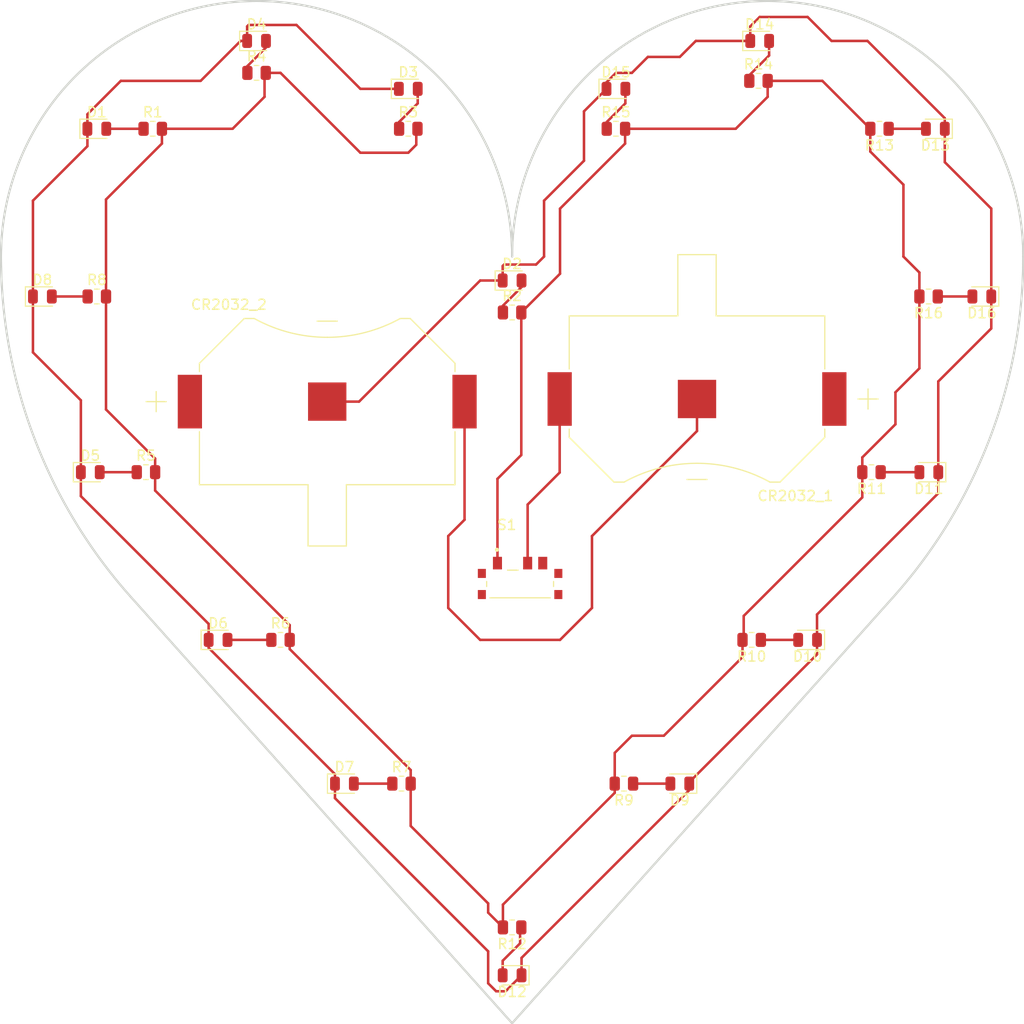
<source format=kicad_pcb>
(kicad_pcb (version 20221018) (generator pcbnew)
  (layers (0 "F.Cu" signal) (31 "B.Cu" signal) (34 "B.Paste" user) (35 "F.Paste" user) (36 "B.SilkS" user "B.Silkscreen") (37 "F.SilkS" user "F.Silkscreen") (38 "B.Mask" user) (39 "F.Mask" user) (44 "Edge.Cuts" user))
  (net 0 "")
  (net 1 "-")
  (net 2 "Net-(D1-A)")
  (net 3 "Net-(D2-A)")
  (net 4 "Net-(D3-A)")
  (net 5 "Net-(D4-A)")
  (net 6 "Net-(D5-A)")
  (net 7 "Net-(D6-A)")
  (net 8 "Net-(D7-A)")
  (net 9 "Net-(D8-A)")
  (net 10 "Net-(D9-A)")
  (net 11 "Net-(D10-A)")
  (net 12 "Net-(D11-A)")
  (net 13 "Net-(D12-A)")
  (net 14 "Net-(D13-A)")
  (net 15 "Net-(D14-A)")
  (net 16 "Net-(D15-A)")
  (net 17 "Net-(D16-A)")
  (net 18 "3v")
  (net 20 "Net-(CR2032_1-+)")
  (net 21 "Net-(CR2032_1--)")
  (footprint "LED_SMD:LED_0805_2012Metric" (layer "F.Cu") (at 118.26875 47.625)
    (fp_text reference "D4" (at 0 -1.65) (layer "F.SilkS"))
    (fp_text value "LED")
    (fp_line (start -1.685 -0.96) (end -1.685 0.96) (stroke (width 0.12)) (layer "F.SilkS"))
    (fp_line (start -1.685 0.96) (end 1 0.96) (stroke (width 0.12)) (layer "F.SilkS"))
    (fp_line (start 1 -0.96) (end -1.685 -0.96) (stroke (width 0.12)) (layer "F.SilkS"))
    (pad "1" smd roundrect (at -0.9375 0) (size 0.975 1.4) (layers "F.Cu" "F.Paste" "F.Mask") (net 1 "-"))
    (pad "2" smd roundrect (at 0.9375 0) (size 0.975 1.4) (layers "F.Cu" "F.Paste" "F.Mask") (net 5 "Net-(D4-A)"))
  )
  (footprint "Resistor_SMD:R_0805_2012Metric" (layer "F.Cu") (at 143.66875 74.6125)
    (fp_text reference "R2" (at 0 -1.65) (layer "F.SilkS"))
    (fp_text value "R")
    (fp_line (start -0.227064 -0.735) (end 0.227064 -0.735) (stroke (width 0.12)) (layer "F.SilkS"))
    (fp_line (start -0.227064 0.735) (end 0.227064 0.735) (stroke (width 0.12)) (layer "F.SilkS"))
    (pad "1" smd roundrect (at -0.9125 0) (size 1.025 1.4) (layers "F.Cu" "F.Paste" "F.Mask") (roundrect_rratio 0.243902) (net 3 "Net-(D2-A)"))
    (pad "2" smd roundrect (at 0.9125 0) (size 1.025 1.4) (layers "F.Cu" "F.Paste" "F.Mask") (roundrect_rratio 0.243902) (net 18 "3v"))
  )
  (footprint "LED_SMD:LED_0805_2012Metric" (layer "F.Cu") (at 160.3375 121.44375 180)
    (fp_text reference "D9" (at 0 -1.65) (layer "F.SilkS"))
    (fp_text value "LED")
    (fp_line (start -1.685 -0.96) (end -1.685 0.96) (stroke (width 0.12)) (layer "F.SilkS"))
    (fp_line (start -1.685 0.96) (end 1 0.96) (stroke (width 0.12)) (layer "F.SilkS"))
    (fp_line (start 1 -0.96) (end -1.685 -0.96) (stroke (width 0.12)) (layer "F.SilkS"))
    (pad "1" smd roundrect (at -0.9375 0 180) (size 0.975 1.4) (layers "F.Cu" "F.Paste" "F.Mask") (net 1 "-"))
    (pad "2" smd roundrect (at 0.9375 0 180) (size 0.975 1.4) (layers "F.Cu" "F.Paste" "F.Mask") (net 10 "Net-(D9-A)"))
  )
  (footprint "LogansCustom:BAT_CR2032" (layer "F.Cu") (at 125.29175 83.47375)
    (fp_text reference "CR2032_2" (at -9.775 -9.635) (layer "F.SilkS"))
    (fp_text value "Battery")
    (fp_line (start -18 0) (end -16 0) (stroke (width 0.127)) (layer "F.SilkS"))
    (fp_line (start -17 -1) (end -17 1) (stroke (width 0.127)) (layer "F.SilkS"))
    (fp_line (start -12.7 -3.81) (end -12.7 -2.985) (stroke (width 0.127)) (layer "F.SilkS"))
    (fp_line (start -12.7 8.26) (end -12.7 2.985) (stroke (width 0.127)) (layer "F.SilkS"))
    (fp_line (start -12.7 8.26) (end -1.905 8.26) (stroke (width 0.127)) (layer "F.SilkS"))
    (fp_line (start -8.25 -8.26) (end -12.7 -3.81) (stroke (width 0.127)) (layer "F.SilkS"))
    (fp_line (start -7.25 -8.26) (end -8.25 -8.26) (stroke (width 0.127)) (layer "F.SilkS"))
    (fp_line (start -1.905 8.26) (end -1.905 14.35) (stroke (width 0.127)) (layer "F.SilkS"))
    (fp_line (start -1.905 14.35) (end 1.905 14.35) (stroke (width 0.127)) (layer "F.SilkS"))
    (fp_line (start -1 -8) (end 1 -8) (stroke (width 0.127)) (layer "F.SilkS"))
    (fp_line (start 1.905 8.26) (end 12.7 8.26) (stroke (width 0.127)) (layer "F.SilkS"))
    (fp_line (start 1.905 14.35) (end 1.905 8.26) (stroke (width 0.127)) (layer "F.SilkS"))
    (fp_line (start 8.25 -8.26) (end 7.25 -8.26) (stroke (width 0.127)) (layer "F.SilkS"))
    (fp_line (start 12.7 -3.81) (end 8.25 -8.26) (stroke (width 0.127)) (layer "F.SilkS"))
    (fp_line (start 12.7 -2.985) (end 12.7 -3.81) (stroke (width 0.127)) (layer "F.SilkS"))
    (fp_line (start 12.7 8.26) (end 12.7 2.985) (stroke (width 0.127)) (layer "F.SilkS"))
    (fp_arc (start 0 -6.39155) (mid -3.743448 -6.866171) (end -7.25 -8.26) (stroke (width 0.127)) (layer "F.SilkS"))
    (fp_arc (start 7.25 -8.26) (mid 3.743448 -6.866171) (end 0 -6.39155) (stroke (width 0.127)) (layer "F.SilkS"))
    (pad "1" smd rect (at -13.65 0) (size 2.41 5.33) (layers "F.Cu" "F.Paste" "F.Mask") (net 21 "Net-(CR2032_1--)"))
    (pad "1" smd rect (at 13.65 0) (size 2.41 5.33) (layers "F.Cu" "F.Paste" "F.Mask") (net 21 "Net-(CR2032_1--)"))
    (pad "2" smd rect (at 0 0) (size 3.81 3.81) (layers "F.Cu" "F.Paste" "F.Mask") (net 1 "-"))
  )
  (footprint "Resistor_SMD:R_0805_2012Metric" (layer "F.Cu") (at 107.275 90.4875)
    (fp_text reference "R5" (at 0 -1.65) (layer "F.SilkS"))
    (fp_text value "R")
    (fp_line (start -0.227064 -0.735) (end 0.227064 -0.735) (stroke (width 0.12)) (layer "F.SilkS"))
    (fp_line (start -0.227064 0.735) (end 0.227064 0.735) (stroke (width 0.12)) (layer "F.SilkS"))
    (pad "1" smd roundrect (at -0.9125 0) (size 1.025 1.4) (layers "F.Cu" "F.Paste" "F.Mask") (roundrect_rratio 0.243902) (net 6 "Net-(D5-A)"))
    (pad "2" smd roundrect (at 0.9125 0) (size 1.025 1.4) (layers "F.Cu" "F.Paste" "F.Mask") (roundrect_rratio 0.243902) (net 18 "3v"))
  )
  (footprint "LED_SMD:LED_0805_2012Metric" (layer "F.Cu") (at 173.0375 107.15625 180)
    (fp_text reference "D10" (at 0 -1.65) (layer "F.SilkS"))
    (fp_text value "LED")
    (fp_line (start -1.685 -0.96) (end -1.685 0.96) (stroke (width 0.12)) (layer "F.SilkS"))
    (fp_line (start -1.685 0.96) (end 1 0.96) (stroke (width 0.12)) (layer "F.SilkS"))
    (fp_line (start 1 -0.96) (end -1.685 -0.96) (stroke (width 0.12)) (layer "F.SilkS"))
    (pad "1" smd roundrect (at -0.9375 0 180) (size 0.975 1.4) (layers "F.Cu" "F.Paste" "F.Mask") (net 1 "-"))
    (pad "2" smd roundrect (at 0.9375 0 180) (size 0.975 1.4) (layers "F.Cu" "F.Paste" "F.Mask") (net 11 "Net-(D10-A)"))
  )
  (footprint "Resistor_SMD:R_0805_2012Metric" (layer "F.Cu") (at 180.18125 56.35625 180)
    (fp_text reference "R13" (at 0 -1.65) (layer "F.SilkS"))
    (fp_text value "R")
    (fp_line (start -0.227064 -0.735) (end 0.227064 -0.735) (stroke (width 0.12)) (layer "F.SilkS"))
    (fp_line (start -0.227064 0.735) (end 0.227064 0.735) (stroke (width 0.12)) (layer "F.SilkS"))
    (pad "1" smd roundrect (at -0.9125 0 180) (size 1.025 1.4) (layers "F.Cu" "F.Paste" "F.Mask") (roundrect_rratio 0.243902) (net 14 "Net-(D13-A)"))
    (pad "2" smd roundrect (at 0.9125 0 180) (size 1.025 1.4) (layers "F.Cu" "F.Paste" "F.Mask") (roundrect_rratio 0.243902) (net 18 "3v"))
  )
  (footprint "Resistor_SMD:R_0805_2012Metric" (layer "F.Cu") (at 102.39375 73.025)
    (fp_text reference "R8" (at 0 -1.65) (layer "F.SilkS"))
    (fp_text value "R")
    (fp_line (start -0.227064 -0.735) (end 0.227064 -0.735) (stroke (width 0.12)) (layer "F.SilkS"))
    (fp_line (start -0.227064 0.735) (end 0.227064 0.735) (stroke (width 0.12)) (layer "F.SilkS"))
    (pad "1" smd roundrect (at -0.9125 0) (size 1.025 1.4) (layers "F.Cu" "F.Paste" "F.Mask") (roundrect_rratio 0.243902) (net 9 "Net-(D8-A)"))
    (pad "2" smd roundrect (at 0.9125 0) (size 1.025 1.4) (layers "F.Cu" "F.Paste" "F.Mask") (roundrect_rratio 0.243902) (net 18 "3v"))
  )
  (footprint "Resistor_SMD:R_0805_2012Metric" (layer "F.Cu") (at 167.48125 107.15625 180)
    (fp_text reference "R10" (at 0 -1.65) (layer "F.SilkS"))
    (fp_text value "R")
    (fp_line (start -0.227064 -0.735) (end 0.227064 -0.735) (stroke (width 0.12)) (layer "F.SilkS"))
    (fp_line (start -0.227064 0.735) (end 0.227064 0.735) (stroke (width 0.12)) (layer "F.SilkS"))
    (pad "1" smd roundrect (at -0.9125 0 180) (size 1.025 1.4) (layers "F.Cu" "F.Paste" "F.Mask") (roundrect_rratio 0.243902) (net 11 "Net-(D10-A)"))
    (pad "2" smd roundrect (at 0.9125 0 180) (size 1.025 1.4) (layers "F.Cu" "F.Paste" "F.Mask") (roundrect_rratio 0.243902) (net 18 "3v"))
  )
  (footprint "LED_SMD:LED_0805_2012Metric" (layer "F.Cu") (at 96.98125 73.025)
    (fp_text reference "D8" (at 0 -1.65) (layer "F.SilkS"))
    (fp_text value "LED")
    (fp_line (start -1.685 -0.96) (end -1.685 0.96) (stroke (width 0.12)) (layer "F.SilkS"))
    (fp_line (start -1.685 0.96) (end 1 0.96) (stroke (width 0.12)) (layer "F.SilkS"))
    (fp_line (start 1 -0.96) (end -1.685 -0.96) (stroke (width 0.12)) (layer "F.SilkS"))
    (pad "1" smd roundrect (at -0.9375 0) (size 0.975 1.4) (layers "F.Cu" "F.Paste" "F.Mask") (net 1 "-"))
    (pad "2" smd roundrect (at 0.9375 0) (size 0.975 1.4) (layers "F.Cu" "F.Paste" "F.Mask") (net 9 "Net-(D8-A)"))
  )
  (footprint "Resistor_SMD:R_0805_2012Metric" (layer "F.Cu") (at 143.66875 135.73125 180)
    (fp_text reference "R12" (at 0 -1.65) (layer "F.SilkS"))
    (fp_text value "R")
    (fp_line (start -0.227064 -0.735) (end 0.227064 -0.735) (stroke (width 0.12)) (layer "F.SilkS"))
    (fp_line (start -0.227064 0.735) (end 0.227064 0.735) (stroke (width 0.12)) (layer "F.SilkS"))
    (pad "1" smd roundrect (at -0.9125 0 180) (size 1.025 1.4) (layers "F.Cu" "F.Paste" "F.Mask") (roundrect_rratio 0.243902) (net 13 "Net-(D12-A)"))
    (pad "2" smd roundrect (at 0.9125 0 180) (size 1.025 1.4) (layers "F.Cu" "F.Paste" "F.Mask") (roundrect_rratio 0.243902) (net 18 "3v"))
  )
  (footprint "LogansCustom:BAT_CR2032" (layer "F.Cu") (at 162.04575 83.21375 180)
    (fp_text reference "CR2032_1" (at -9.775 -9.635) (layer "F.SilkS"))
    (fp_text value "Battery")
    (fp_line (start -18 0) (end -16 0) (stroke (width 0.127)) (layer "F.SilkS"))
    (fp_line (start -17 -1) (end -17 1) (stroke (width 0.127)) (layer "F.SilkS"))
    (fp_line (start -12.7 -3.81) (end -12.7 -2.985) (stroke (width 0.127)) (layer "F.SilkS"))
    (fp_line (start -12.7 8.26) (end -12.7 2.985) (stroke (width 0.127)) (layer "F.SilkS"))
    (fp_line (start -12.7 8.26) (end -1.905 8.26) (stroke (width 0.127)) (layer "F.SilkS"))
    (fp_line (start -8.25 -8.26) (end -12.7 -3.81) (stroke (width 0.127)) (layer "F.SilkS"))
    (fp_line (start -7.25 -8.26) (end -8.25 -8.26) (stroke (width 0.127)) (layer "F.SilkS"))
    (fp_line (start -1.905 8.26) (end -1.905 14.35) (stroke (width 0.127)) (layer "F.SilkS"))
    (fp_line (start -1.905 14.35) (end 1.905 14.35) (stroke (width 0.127)) (layer "F.SilkS"))
    (fp_line (start -1 -8) (end 1 -8) (stroke (width 0.127)) (layer "F.SilkS"))
    (fp_line (start 1.905 8.26) (end 12.7 8.26) (stroke (width 0.127)) (layer "F.SilkS"))
    (fp_line (start 1.905 14.35) (end 1.905 8.26) (stroke (width 0.127)) (layer "F.SilkS"))
    (fp_line (start 8.25 -8.26) (end 7.25 -8.26) (stroke (width 0.127)) (layer "F.SilkS"))
    (fp_line (start 12.7 -3.81) (end 8.25 -8.26) (stroke (width 0.127)) (layer "F.SilkS"))
    (fp_line (start 12.7 -2.985) (end 12.7 -3.81) (stroke (width 0.127)) (layer "F.SilkS"))
    (fp_line (start 12.7 8.26) (end 12.7 2.985) (stroke (width 0.127)) (layer "F.SilkS"))
    (fp_arc (start 0 -6.39155) (mid -3.743448 -6.866171) (end -7.25 -8.26) (stroke (width 0.127)) (layer "F.SilkS"))
    (fp_arc (start 7.25 -8.26) (mid 3.743448 -6.866171) (end 0 -6.39155) (stroke (width 0.127)) (layer "F.SilkS"))
    (pad "1" smd rect (at -13.65 0 180) (size 2.41 5.33) (layers "F.Cu" "F.Paste" "F.Mask") (net 20 "Net-(CR2032_1-+)"))
    (pad "1" smd rect (at 13.65 0 180) (size 2.41 5.33) (layers "F.Cu" "F.Paste" "F.Mask") (net 20 "Net-(CR2032_1-+)"))
    (pad "2" smd rect (at 0 0 180) (size 3.81 3.81) (layers "F.Cu" "F.Paste" "F.Mask") (net 21 "Net-(CR2032_1--)"))
  )
  (footprint "LED_SMD:LED_0805_2012Metric" (layer "F.Cu") (at 114.44375 107.15625)
    (fp_text reference "D6" (at 0 -1.65) (layer "F.SilkS"))
    (fp_text value "LED")
    (fp_line (start -1.685 -0.96) (end -1.685 0.96) (stroke (width 0.12)) (layer "F.SilkS"))
    (fp_line (start -1.685 0.96) (end 1 0.96) (stroke (width 0.12)) (layer "F.SilkS"))
    (fp_line (start 1 -0.96) (end -1.685 -0.96) (stroke (width 0.12)) (layer "F.SilkS"))
    (pad "1" smd roundrect (at -0.9375 0) (size 0.975 1.4) (layers "F.Cu" "F.Paste" "F.Mask") (net 1 "-"))
    (pad "2" smd roundrect (at 0.9375 0) (size 0.975 1.4) (layers "F.Cu" "F.Paste" "F.Mask") (net 7 "Net-(D6-A)"))
  )
  (footprint "Resistor_SMD:R_0805_2012Metric" (layer "F.Cu") (at 185.0625 73.025 180)
    (fp_text reference "R16" (at 0 -1.65) (layer "F.SilkS"))
    (fp_text value "R")
    (fp_line (start -0.227064 -0.735) (end 0.227064 -0.735) (stroke (width 0.12)) (layer "F.SilkS"))
    (fp_line (start -0.227064 0.735) (end 0.227064 0.735) (stroke (width 0.12)) (layer "F.SilkS"))
    (pad "1" smd roundrect (at -0.9125 0 180) (size 1.025 1.4) (layers "F.Cu" "F.Paste" "F.Mask") (roundrect_rratio 0.243902) (net 17 "Net-(D16-A)"))
    (pad "2" smd roundrect (at 0.9125 0 180) (size 1.025 1.4) (layers "F.Cu" "F.Paste" "F.Mask") (roundrect_rratio 0.243902) (net 18 "3v"))
  )
  (footprint "LED_SMD:LED_0805_2012Metric" (layer "F.Cu") (at 153.9875 52.3875)
    (fp_text reference "D15" (at 0 -1.65) (layer "F.SilkS"))
    (fp_text value "LED")
    (fp_line (start -1.685 -0.96) (end -1.685 0.96) (stroke (width 0.12)) (layer "F.SilkS"))
    (fp_line (start -1.685 0.96) (end 1 0.96) (stroke (width 0.12)) (layer "F.SilkS"))
    (fp_line (start 1 -0.96) (end -1.685 -0.96) (stroke (width 0.12)) (layer "F.SilkS"))
    (pad "1" smd roundrect (at -0.9375 0) (size 0.975 1.4) (layers "F.Cu" "F.Paste" "F.Mask") (net 1 "-"))
    (pad "2" smd roundrect (at 0.9375 0) (size 0.975 1.4) (layers "F.Cu" "F.Paste" "F.Mask") (net 16 "Net-(D15-A)"))
  )
  (footprint "LED_SMD:LED_0805_2012Metric" (layer "F.Cu") (at 185.7375 56.35625 180)
    (fp_text reference "D13" (at 0 -1.65) (layer "F.SilkS"))
    (fp_text value "LED")
    (fp_line (start -1.685 -0.96) (end -1.685 0.96) (stroke (width 0.12)) (layer "F.SilkS"))
    (fp_line (start -1.685 0.96) (end 1 0.96) (stroke (width 0.12)) (layer "F.SilkS"))
    (fp_line (start 1 -0.96) (end -1.685 -0.96) (stroke (width 0.12)) (layer "F.SilkS"))
    (pad "1" smd roundrect (at -0.9375 0 180) (size 0.975 1.4) (layers "F.Cu" "F.Paste" "F.Mask") (net 1 "-"))
    (pad "2" smd roundrect (at 0.9375 0 180) (size 0.975 1.4) (layers "F.Cu" "F.Paste" "F.Mask") (net 14 "Net-(D13-A)"))
  )
  (footprint "Resistor_SMD:R_0805_2012Metric" (layer "F.Cu") (at 107.95 56.35625)
    (fp_text reference "R1" (at 0 -1.65) (layer "F.SilkS"))
    (fp_text value "R")
    (fp_line (start -0.227064 -0.735) (end 0.227064 -0.735) (stroke (width 0.12)) (layer "F.SilkS"))
    (fp_line (start -0.227064 0.735) (end 0.227064 0.735) (stroke (width 0.12)) (layer "F.SilkS"))
    (pad "1" smd roundrect (at -0.9125 0) (size 1.025 1.4) (layers "F.Cu" "F.Paste" "F.Mask") (roundrect_rratio 0.243902) (net 2 "Net-(D1-A)"))
    (pad "2" smd roundrect (at 0.9125 0) (size 1.025 1.4) (layers "F.Cu" "F.Paste" "F.Mask") (roundrect_rratio 0.243902) (net 18 "3v"))
  )
  (footprint "LED_SMD:LED_0805_2012Metric" (layer "F.Cu") (at 185.0875 90.4875 180)
    (fp_text reference "D11" (at 0 -1.65) (layer "F.SilkS"))
    (fp_text value "LED")
    (fp_line (start -1.685 -0.96) (end -1.685 0.96) (stroke (width 0.12)) (layer "F.SilkS"))
    (fp_line (start -1.685 0.96) (end 1 0.96) (stroke (width 0.12)) (layer "F.SilkS"))
    (fp_line (start 1 -0.96) (end -1.685 -0.96) (stroke (width 0.12)) (layer "F.SilkS"))
    (pad "1" smd roundrect (at -0.9375 0 180) (size 0.975 1.4) (layers "F.Cu" "F.Paste" "F.Mask") (net 1 "-"))
    (pad "2" smd roundrect (at 0.9375 0 180) (size 0.975 1.4) (layers "F.Cu" "F.Paste" "F.Mask") (net 12 "Net-(D11-A)"))
  )
  (footprint "LED_SMD:LED_0805_2012Metric" (layer "F.Cu") (at 143.66875 140.49375 180)
    (fp_text reference "D12" (at 0 -1.65) (layer "F.SilkS"))
    (fp_text value "LED")
    (fp_line (start -1.685 -0.96) (end -1.685 0.96) (stroke (width 0.12)) (layer "F.SilkS"))
    (fp_line (start -1.685 0.96) (end 1 0.96) (stroke (width 0.12)) (layer "F.SilkS"))
    (fp_line (start 1 -0.96) (end -1.685 -0.96) (stroke (width 0.12)) (layer "F.SilkS"))
    (pad "1" smd roundrect (at -0.9375 0 180) (size 0.975 1.4) (layers "F.Cu" "F.Paste" "F.Mask") (net 1 "-"))
    (pad "2" smd roundrect (at 0.9375 0 180) (size 0.975 1.4) (layers "F.Cu" "F.Paste" "F.Mask") (net 13 "Net-(D12-A)"))
  )
  (footprint "Resistor_SMD:R_0805_2012Metric" (layer "F.Cu") (at 179.3875 90.4875 180)
    (fp_text reference "R11" (at 0 -1.65) (layer "F.SilkS"))
    (fp_text value "R")
    (fp_line (start -0.227064 -0.735) (end 0.227064 -0.735) (stroke (width 0.12)) (layer "F.SilkS"))
    (fp_line (start -0.227064 0.735) (end 0.227064 0.735) (stroke (width 0.12)) (layer "F.SilkS"))
    (pad "1" smd roundrect (at -0.9125 0 180) (size 1.025 1.4) (layers "F.Cu" "F.Paste" "F.Mask") (roundrect_rratio 0.243902) (net 12 "Net-(D11-A)"))
    (pad "2" smd roundrect (at 0.9125 0 180) (size 1.025 1.4) (layers "F.Cu" "F.Paste" "F.Mask") (roundrect_rratio 0.243902) (net 18 "3v"))
  )
  (footprint "Resistor_SMD:R_0805_2012Metric" (layer "F.Cu") (at 153.9875 56.35625)
    (fp_text reference "R15" (at 0 -1.65) (layer "F.SilkS"))
    (fp_text value "R")
    (fp_line (start -0.227064 -0.735) (end 0.227064 -0.735) (stroke (width 0.12)) (layer "F.SilkS"))
    (fp_line (start -0.227064 0.735) (end 0.227064 0.735) (stroke (width 0.12)) (layer "F.SilkS"))
    (pad "1" smd roundrect (at -0.9125 0) (size 1.025 1.4) (layers "F.Cu" "F.Paste" "F.Mask") (roundrect_rratio 0.243902) (net 16 "Net-(D15-A)"))
    (pad "2" smd roundrect (at 0.9125 0) (size 1.025 1.4) (layers "F.Cu" "F.Paste" "F.Mask") (roundrect_rratio 0.243902) (net 18 "3v"))
  )
  (footprint "Resistor_SMD:R_0805_2012Metric" (layer "F.Cu") (at 133.35 56.35625)
    (fp_text reference "R3" (at 0 -1.65) (layer "F.SilkS"))
    (fp_text value "R")
    (fp_line (start -0.227064 -0.735) (end 0.227064 -0.735) (stroke (width 0.12)) (layer "F.SilkS"))
    (fp_line (start -0.227064 0.735) (end 0.227064 0.735) (stroke (width 0.12)) (layer "F.SilkS"))
    (pad "1" smd roundrect (at -0.9125 0) (size 1.025 1.4) (layers "F.Cu" "F.Paste" "F.Mask") (roundrect_rratio 0.243902) (net 4 "Net-(D3-A)"))
    (pad "2" smd roundrect (at 0.9125 0) (size 1.025 1.4) (layers "F.Cu" "F.Paste" "F.Mask") (roundrect_rratio 0.243902) (net 18 "3v"))
  )
  (footprint "Resistor_SMD:R_0805_2012Metric" (layer "F.Cu") (at 118.26875 50.8)
    (fp_text reference "R4" (at 0 -1.65) (layer "F.SilkS"))
    (fp_text value "R")
    (fp_line (start -0.227064 -0.735) (end 0.227064 -0.735) (stroke (width 0.12)) (layer "F.SilkS"))
    (fp_line (start -0.227064 0.735) (end 0.227064 0.735) (stroke (width 0.12)) (layer "F.SilkS"))
    (pad "1" smd roundrect (at -0.9125 0) (size 1.025 1.4) (layers "F.Cu" "F.Paste" "F.Mask") (roundrect_rratio 0.243902) (net 5 "Net-(D4-A)"))
    (pad "2" smd roundrect (at 0.9125 0) (size 1.025 1.4) (layers "F.Cu" "F.Paste" "F.Mask") (roundrect_rratio 0.243902) (net 18 "3v"))
  )
  (footprint "Resistor_SMD:R_0805_2012Metric" (layer "F.Cu") (at 120.65 107.15625)
    (fp_text reference "R6" (at 0 -1.65) (layer "F.SilkS"))
    (fp_text value "R")
    (fp_line (start -0.227064 -0.735) (end 0.227064 -0.735) (stroke (width 0.12)) (layer "F.SilkS"))
    (fp_line (start -0.227064 0.735) (end 0.227064 0.735) (stroke (width 0.12)) (layer "F.SilkS"))
    (pad "1" smd roundrect (at -0.9125 0) (size 1.025 1.4) (layers "F.Cu" "F.Paste" "F.Mask") (roundrect_rratio 0.243902) (net 7 "Net-(D6-A)"))
    (pad "2" smd roundrect (at 0.9125 0) (size 1.025 1.4) (layers "F.Cu" "F.Paste" "F.Mask") (roundrect_rratio 0.243902) (net 18 "3v"))
  )
  (footprint "LED_SMD:LED_0805_2012Metric" (layer "F.Cu") (at 190.35625 73.025 180)
    (fp_text reference "D16" (at 0 -1.65) (layer "F.SilkS"))
    (fp_text value "LED")
    (fp_line (start -1.685 -0.96) (end -1.685 0.96) (stroke (width 0.12)) (layer "F.SilkS"))
    (fp_line (start -1.685 0.96) (end 1 0.96) (stroke (width 0.12)) (layer "F.SilkS"))
    (fp_line (start 1 -0.96) (end -1.685 -0.96) (stroke (width 0.12)) (layer "F.SilkS"))
    (pad "1" smd roundrect (at -0.9375 0 180) (size 0.975 1.4) (layers "F.Cu" "F.Paste" "F.Mask") (net 1 "-"))
    (pad "2" smd roundrect (at 0.9375 0 180) (size 0.975 1.4) (layers "F.Cu" "F.Paste" "F.Mask") (net 17 "Net-(D16-A)"))
  )
  (footprint "Resistor_SMD:R_0805_2012Metric" (layer "F.Cu") (at 154.78125 121.44375 180)
    (fp_text reference "R9" (at 0 -1.65) (layer "F.SilkS"))
    (fp_text value "R")
    (fp_line (start -0.227064 -0.735) (end 0.227064 -0.735) (stroke (width 0.12)) (layer "F.SilkS"))
    (fp_line (start -0.227064 0.735) (end 0.227064 0.735) (stroke (width 0.12)) (layer "F.SilkS"))
    (pad "1" smd roundrect (at -0.9125 0 180) (size 1.025 1.4) (layers "F.Cu" "F.Paste" "F.Mask") (roundrect_rratio 0.243902) (net 10 "Net-(D9-A)"))
    (pad "2" smd roundrect (at 0.9125 0 180) (size 1.025 1.4) (layers "F.Cu" "F.Paste" "F.Mask") (roundrect_rratio 0.243902) (net 18 "3v"))
  )
  (footprint "Resistor_SMD:R_0805_2012Metric" (layer "F.Cu") (at 168.15625 51.59375)
    (fp_text reference "R14" (at 0 -1.65) (layer "F.SilkS"))
    (fp_text value "R")
    (fp_line (start -0.227064 -0.735) (end 0.227064 -0.735) (stroke (width 0.12)) (layer "F.SilkS"))
    (fp_line (start -0.227064 0.735) (end 0.227064 0.735) (stroke (width 0.12)) (layer "F.SilkS"))
    (pad "1" smd roundrect (at -0.9125 0) (size 1.025 1.4) (layers "F.Cu" "F.Paste" "F.Mask") (roundrect_rratio 0.243902) (net 15 "Net-(D14-A)"))
    (pad "2" smd roundrect (at 0.9125 0) (size 1.025 1.4) (layers "F.Cu" "F.Paste" "F.Mask") (roundrect_rratio 0.243902) (net 18 "3v"))
  )
  (footprint "LED_SMD:LED_0805_2012Metric" (layer "F.Cu") (at 168.275 47.625)
    (fp_text reference "D14" (at 0 -1.65) (layer "F.SilkS"))
    (fp_text value "LED")
    (fp_line (start -1.685 -0.96) (end -1.685 0.96) (stroke (width 0.12)) (layer "F.SilkS"))
    (fp_line (start -1.685 0.96) (end 1 0.96) (stroke (width 0.12)) (layer "F.SilkS"))
    (fp_line (start 1 -0.96) (end -1.685 -0.96) (stroke (width 0.12)) (layer "F.SilkS"))
    (pad "1" smd roundrect (at -0.9375 0) (size 0.975 1.4) (layers "F.Cu" "F.Paste" "F.Mask") (net 1 "-"))
    (pad "2" smd roundrect (at 0.9375 0) (size 0.975 1.4) (layers "F.Cu" "F.Paste" "F.Mask") (net 15 "Net-(D14-A)"))
  )
  (footprint "Resistor_SMD:R_0805_2012Metric" (layer "F.Cu") (at 132.675 121.44375)
    (fp_text reference "R7" (at 0 -1.65) (layer "F.SilkS"))
    (fp_text value "R")
    (fp_line (start -0.227064 -0.735) (end 0.227064 -0.735) (stroke (width 0.12)) (layer "F.SilkS"))
    (fp_line (start -0.227064 0.735) (end 0.227064 0.735) (stroke (width 0.12)) (layer "F.SilkS"))
    (pad "1" smd roundrect (at -0.9125 0) (size 1.025 1.4) (layers "F.Cu" "F.Paste" "F.Mask") (roundrect_rratio 0.243902) (net 8 "Net-(D7-A)"))
    (pad "2" smd roundrect (at 0.9125 0) (size 1.025 1.4) (layers "F.Cu" "F.Paste" "F.Mask") (roundrect_rratio 0.243902) (net 18 "3v"))
  )
  (footprint "LED_SMD:LED_0805_2012Metric" (layer "F.Cu") (at 102.39375 56.35625)
    (fp_text reference "D1" (at 0 -1.65) (layer "F.SilkS"))
    (fp_text value "LED")
    (fp_line (start -1.685 -0.96) (end -1.685 0.96) (stroke (width 0.12)) (layer "F.SilkS"))
    (fp_line (start -1.685 0.96) (end 1 0.96) (stroke (width 0.12)) (layer "F.SilkS"))
    (fp_line (start 1 -0.96) (end -1.685 -0.96) (stroke (width 0.12)) (layer "F.SilkS"))
    (pad "1" smd roundrect (at -0.9375 0) (size 0.975 1.4) (layers "F.Cu" "F.Paste" "F.Mask") (net 1 "-"))
    (pad "2" smd roundrect (at 0.9375 0) (size 0.975 1.4) (layers "F.Cu" "F.Paste" "F.Mask") (net 2 "Net-(D1-A)"))
  )
  (footprint "LED_SMD:LED_0805_2012Metric" (layer "F.Cu") (at 133.35 52.3875)
    (fp_text reference "D3" (at 0 -1.65) (layer "F.SilkS"))
    (fp_text value "LED")
    (fp_line (start -1.685 -0.96) (end -1.685 0.96) (stroke (width 0.12)) (layer "F.SilkS"))
    (fp_line (start -1.685 0.96) (end 1 0.96) (stroke (width 0.12)) (layer "F.SilkS"))
    (fp_line (start 1 -0.96) (end -1.685 -0.96) (stroke (width 0.12)) (layer "F.SilkS"))
    (pad "1" smd roundrect (at -0.9375 0) (size 0.975 1.4) (layers "F.Cu" "F.Paste" "F.Mask") (net 1 "-"))
    (pad "2" smd roundrect (at 0.9375 0) (size 0.975 1.4) (layers "F.Cu" "F.Paste" "F.Mask") (net 4 "Net-(D3-A)"))
  )
  (footprint "LogansCustom:SW_SLW-66527511-SMT-TR" (layer "F.Cu") (at 144.4625 101.6)
    (fp_text reference "S1" (at -1.325 -5.875) (layer "F.SilkS"))
    (fp_text value "~")
    (fp_line (start -3.325 -0.25) (end -3.325 0.25) (stroke (width 0.127)) (layer "F.SilkS"))
    (fp_line (start -3 1.375) (end 3 1.375) (stroke (width 0.127)) (layer "F.SilkS"))
    (fp_line (start -1.25 -1.375) (end -0.2 -1.375) (stroke (width 0.127)) (layer "F.SilkS"))
    (fp_line (start 3.325 -0.25) (end 3.325 0.25) (stroke (width 0.127)) (layer "F.SilkS"))
    (fp_circle (center -2.3 -3.4) (end -2.2 -3.4) (stroke (width 0.2)) (fill none) (layer "F.SilkS"))
    (pad "" np_thru_hole circle (at -1.5 0) (size 0.9 0.9) (drill 0.9) (layers "*.Cu" "*.Mask"))
    (pad "" np_thru_hole circle (at 1.5 0) (size 0.9 0.9) (drill 0.9) (layers "*.Cu" "*.Mask"))
    (pad "1" smd rect (at -2.25 -2.075) (size 0.9 1.25) (layers "F.Cu" "F.Paste" "F.Mask") (net 18 "3v"))
    (pad "2" smd rect (at 0.75 -2.075) (size 0.9 1.25) (layers "F.Cu" "F.Paste" "F.Mask") (net 20 "Net-(CR2032_1-+)"))
    (pad "3" smd rect (at 2.25 -2.075) (size 0.9 1.25) (layers "F.Cu" "F.Paste" "F.Mask"))
    (pad "SH1" smd rect (at -3.8 -1.05) (size 0.8 0.9) (layers "F.Cu" "F.Paste" "F.Mask"))
    (pad "SH2" smd rect (at 3.8 -1.05) (size 0.8 0.9) (layers "F.Cu" "F.Paste" "F.Mask"))
    (pad "SH3" smd rect (at -3.8 1.05) (size 0.8 0.9) (layers "F.Cu" "F.Paste" "F.Mask"))
    (pad "SH4" smd rect (at 3.8 1.05) (size 0.8 0.9) (layers "F.Cu" "F.Paste" "F.Mask"))
  )
  (footprint "LED_SMD:LED_0805_2012Metric" (layer "F.Cu") (at 101.74375 90.4875)
    (fp_text reference "D5" (at 0 -1.65) (layer "F.SilkS"))
    (fp_text value "LED")
    (fp_line (start -1.685 -0.96) (end -1.685 0.96) (stroke (width 0.12)) (layer "F.SilkS"))
    (fp_line (start -1.685 0.96) (end 1 0.96) (stroke (width 0.12)) (layer "F.SilkS"))
    (fp_line (start 1 -0.96) (end -1.685 -0.96) (stroke (width 0.12)) (layer "F.SilkS"))
    (pad "1" smd roundrect (at -0.9375 0) (size 0.975 1.4) (layers "F.Cu" "F.Paste" "F.Mask") (net 1 "-"))
    (pad "2" smd roundrect (at 0.9375 0) (size 0.975 1.4) (layers "F.Cu" "F.Paste" "F.Mask") (net 6 "Net-(D5-A)"))
  )
  (footprint "LED_SMD:LED_0805_2012Metric" (layer "F.Cu") (at 143.66875 71.4375)
    (fp_text reference "D2" (at 0 -1.65) (layer "F.SilkS"))
    (fp_text value "LED")
    (fp_line (start -1.685 -0.96) (end -1.685 0.96) (stroke (width 0.12)) (layer "F.SilkS"))
    (fp_line (start -1.685 0.96) (end 1 0.96) (stroke (width 0.12)) (layer "F.SilkS"))
    (fp_line (start 1 -0.96) (end -1.685 -0.96) (stroke (width 0.12)) (layer "F.SilkS"))
    (pad "1" smd roundrect (at -0.9375 0) (size 0.975 1.4) (layers "F.Cu" "F.Paste" "F.Mask") (net 1 "-"))
    (pad "2" smd roundrect (at 0.9375 0) (size 0.975 1.4) (layers "F.Cu" "F.Paste" "F.Mask") (net 3 "Net-(D2-A)"))
  )
  (footprint "LED_SMD:LED_0805_2012Metric" (layer "F.Cu") (at 127 121.44375)
    (fp_text reference "D7" (at 0 -1.65) (layer "F.SilkS"))
    (fp_text value "LED")
    (fp_line (start -1.685 -0.96) (end -1.685 0.96) (stroke (width 0.12)) (layer "F.SilkS"))
    (fp_line (start -1.685 0.96) (end 1 0.96) (stroke (width 0.12)) (layer "F.SilkS"))
    (fp_line (start 1 -0.96) (end -1.685 -0.96) (stroke (width 0.12)) (layer "F.SilkS"))
    (pad "1" smd roundrect (at -0.9375 0) (size 0.975 1.4) (layers "F.Cu" "F.Paste" "F.Mask") (net 1 "-"))
    (pad "2" smd roundrect (at 0.9375 0) (size 0.975 1.4) (layers "F.Cu" "F.Paste" "F.Mask") (net 8 "Net-(D7-A)"))
  )
  (gr_arc (start 194.46875 69.05625) (mid 191.124706 87.182812) (end 181.532834 102.922917) (stroke (width 0.2)) (layer "Edge.Cuts"))
  (gr_arc (start 105.804666 102.922917) (mid 96.212794 87.182812) (end 92.86875 69.05625) (stroke (width 0.2)) (layer "Edge.Cuts"))
  (gr_line (start 143.66875 145.25625) (end 105.804666 102.922917) (stroke (width 0.2)) (layer "Edge.Cuts"))
  (gr_arc (start 143.66875 69.05625) (mid 169.06875 43.65625) (end 194.46875 69.05625) (stroke (width 0.2)) (layer "Edge.Cuts"))
  (gr_arc (start 105.804666 102.922917) (mid 96.212794 87.182812) (end 92.86875 69.05625) (stroke (width 0.2)) (layer "Edge.Cuts"))
  (gr_arc (start 194.46875 69.05625) (mid 191.124706 87.182812) (end 181.532834 102.922917) (stroke (width 0.2)) (layer "Edge.Cuts"))
  (gr_line (start 143.66875 145.25625) (end 181.532834 102.922917) (stroke (width 0.2)) (layer "Edge.Cuts"))
  (gr_line (start 143.66875 145.25625) (end 105.804666 102.922917) (stroke (width 0.2)) (layer "Edge.Cuts"))
  (gr_arc (start 143.66875 69.05625) (mid 169.06875 43.65625) (end 194.46875 69.05625) (stroke (width 0.2)) (layer "Edge.Cuts"))
  (gr_arc (start 92.86875 69.05625) (mid 118.26875 43.65625) (end 143.66875 69.05625) (stroke (width 0.2)) (layer "Edge.Cuts"))
  (gr_arc (start 92.86875 69.05625) (mid 118.26875 43.65625) (end 143.66875 69.05625) (stroke (width 0.2)) (layer "Edge.Cuts"))
  (gr_line (start 143.66875 145.25625) (end 181.532834 102.922917) (stroke (width 0.2)) (layer "Edge.Cuts"))
  (segment (start 96.04375 63.5) (end 101.45625 58.0875) (width 0.25) (layer "F.Cu") (net 1))
  (segment (start 101.45625 58.0875) (end 101.45625 56.35625) (width 0.25) (layer "F.Cu") (net 1))
  (segment (start 167.3375 46.18125) (end 168.275 45.24375) (width 0.25) (layer "F.Cu") (net 1))
  (segment (start 161.275 121.3) (end 161.275 121.44375) (width 0.25) (layer "F.Cu") (net 1))
  (segment (start 125.29175 83.47375) (end 128.4575 83.47375) (width 0.25) (layer "F.Cu") (net 1))
  (segment (start 191.29375 64.29375) (end 191.29375 73.025) (width 0.25) (layer "F.Cu") (net 1))
  (segment (start 146.05 69.85) (end 142.875 69.85) (width 0.25) (layer "F.Cu") (net 1))
  (segment (start 173.975 107.15625) (end 173.975 108.6) (width 0.25) (layer "F.Cu") (net 1))
  (segment (start 191.29375 73.025) (end 191.29375 76.2) (width 0.25) (layer "F.Cu") (net 1))
  (segment (start 100.80625 90.4875) (end 100.80625 83.34375) (width 0.25) (layer "F.Cu") (net 1))
  (segment (start 142.08125 142.08125) (end 143.01875 142.08125) (width 0.25) (layer "F.Cu") (net 1))
  (segment (start 144.60625 138.7625) (end 144.60625 140.49375) (width 0.25) (layer "F.Cu") (net 1))
  (segment (start 126.0625 121.44375) (end 126.0625 120.50625) (width 0.25) (layer "F.Cu") (net 1))
  (segment (start 126.0625 120.50625) (end 113.50625 107.95) (width 0.25) (layer "F.Cu") (net 1))
  (segment (start 173.975 108.6) (end 161.275 121.3) (width 0.25) (layer "F.Cu") (net 1))
  (segment (start 117.475 46.0375) (end 122.2375 46.0375) (width 0.25) (layer "F.Cu") (net 1))
  (segment (start 141.2875 138.1125) (end 141.2875 141.2875) (width 0.25) (layer "F.Cu") (net 1))
  (segment (start 186.025 90.4875) (end 186.025 92.58125) (width 0.25) (layer "F.Cu") (net 1))
  (segment (start 191.29375 76.2) (end 186.025 81.46875) (width 0.25) (layer "F.Cu") (net 1))
  (segment (start 186.675 59.675) (end 191.29375 64.29375) (width 0.25) (layer "F.Cu") (net 1))
  (segment (start 150.8125 54.625) (end 150.8125 59.53125) (width 0.25) (layer "F.Cu") (net 1))
  (segment (start 96.04375 73.025) (end 96.04375 63.5) (width 0.25) (layer "F.Cu") (net 1))
  (segment (start 122.2375 46.0375) (end 128.5875 52.3875) (width 0.25) (layer "F.Cu") (net 1))
  (segment (start 100.80625 92.86875) (end 100.80625 90.4875) (width 0.25) (layer "F.Cu") (net 1))
  (segment (start 100.80625 83.34375) (end 96.04375 78.58125) (width 0.25) (layer "F.Cu") (net 1))
  (segment (start 175.41875 47.625) (end 178.990625 47.625) (width 0.25) (layer "F.Cu") (net 1))
  (segment (start 113.50625 107.15625) (end 113.50625 105.56875) (width 0.25) (layer "F.Cu") (net 1))
  (segment (start 153.05 52.3875) (end 153.05 51.7375) (width 0.25) (layer "F.Cu") (net 1))
  (segment (start 128.4575 83.47375) (end 140.49375 71.4375) (width 0.25) (layer "F.Cu") (net 1))
  (segment (start 126.0625 122.8875) (end 141.2875 138.1125) (width 0.25) (layer "F.Cu") (net 1))
  (segment (start 153.9875 50.8) (end 155.575 50.8) (width 0.25) (layer "F.Cu") (net 1))
  (segment (start 173.0375 45.24375) (end 175.41875 47.625) (width 0.25) (layer "F.Cu") (net 1))
  (segment (start 178.990625 47.625) (end 186.675 55.309375) (width 0.25) (layer "F.Cu") (net 1))
  (segment (start 104.775 51.59375) (end 112.7125 51.59375) (width 0.25) (layer "F.Cu") (net 1))
  (segment (start 186.675 56.35625) (end 186.675 59.675) (width 0.25) (layer "F.Cu") (net 1))
  (segment (start 157.1625 49.2125) (end 160.3375 49.2125) (width 0.25) (layer "F.Cu") (net 1))
  (segment (start 146.84375 69.05625) (end 146.05 69.85) (width 0.25) (layer "F.Cu") (net 1))
  (segment (start 153.05 51.7375) (end 153.9875 50.8) (width 0.25) (layer "F.Cu") (net 1))
  (segment (start 142.875 69.85) (end 142.73125 69.99375) (width 0.25) (layer "F.Cu") (net 1))
  (segment (start 143.01875 142.08125) (end 144.60625 140.49375) (width 0.25) (layer "F.Cu") (net 1))
  (segment (start 161.925 47.625) (end 167.3375 47.625) (width 0.25) (layer "F.Cu") (net 1))
  (segment (start 146.84375 63.5) (end 146.84375 69.05625) (width 0.25) (layer "F.Cu") (net 1))
  (segment (start 160.3375 49.2125) (end 161.925 47.625) (width 0.25) (layer "F.Cu") (net 1))
  (segment (start 168.275 45.24375) (end 173.0375 45.24375) (width 0.25) (layer "F.Cu") (net 1))
  (segment (start 117.33125 47.625) (end 117.33125 46.18125) (width 0.25) (layer "F.Cu") (net 1))
  (segment (start 101.45625 54.9125) (end 104.775 51.59375) (width 0.25) (layer "F.Cu") (net 1))
  (segment (start 113.50625 105.56875) (end 100.80625 92.86875) (width 0.25) (layer "F.Cu") (net 1))
  (segment (start 155.575 50.8) (end 157.1625 49.2125) (width 0.25) (layer "F.Cu") (net 1))
  (segment (start 126.0625 121.44375) (end 126.0625 122.8875) (width 0.25) (layer "F.Cu") (net 1))
  (segment (start 142.73125 69.99375) (end 142.73125 71.4375) (width 0.25) (layer "F.Cu") (net 1))
  (segment (start 153.05 52.3875) (end 150.8125 54.625) (width 0.25) (layer "F.Cu") (net 1))
  (segment (start 173.975 104.63125) (end 173.975 107.15625) (width 0.25) (layer "F.Cu") (net 1))
  (segment (start 161.275 122.09375) (end 144.60625 138.7625) (width 0.25) (layer "F.Cu") (net 1))
  (segment (start 141.2875 141.2875) (end 142.08125 142.08125) (width 0.25) (layer "F.Cu") (net 1))
  (segment (start 128.5875 52.3875) (end 132.4125 52.3875) (width 0.25) (layer "F.Cu") (net 1))
  (segment (start 117.33125 46.18125) (end 117.475 46.0375) (width 0.25) (layer "F.Cu") (net 1))
  (segment (start 150.8125 59.53125) (end 146.84375 63.5) (width 0.25) (layer "F.Cu") (net 1))
  (segment (start 161.275 121.44375) (end 161.275 122.09375) (width 0.25) (layer "F.Cu") (net 1))
  (segment (start 96.04375 78.58125) (end 96.04375 73.025) (width 0.25) (layer "F.Cu") (net 1))
  (segment (start 167.3375 47.625) (end 167.3375 46.18125) (width 0.25) (layer "F.Cu") (net 1))
  (segment (start 112.7125 51.59375) (end 116.68125 47.625) (width 0.25) (layer "F.Cu") (net 1))
  (segment (start 140.49375 71.4375) (end 142.73125 71.4375) (width 0.25) (layer "F.Cu") (net 1))
  (segment (start 101.45625 56.35625) (end 101.45625 54.9125) (width 0.25) (layer "F.Cu") (net 1))
  (segment (start 186.025 92.58125) (end 173.975 104.63125) (width 0.25) (layer "F.Cu") (net 1))
  (segment (start 186.025 81.46875) (end 186.025 90.4875) (width 0.25) (layer "F.Cu") (net 1))
  (segment (start 186.675 55.309375) (end 186.675 56.35625) (width 0.25) (layer "F.Cu") (net 1))
  (segment (start 116.68125 47.625) (end 117.33125 47.625) (width 0.25) (layer "F.Cu") (net 1))
  (segment (start 113.50625 107.95) (end 113.50625 107.15625) (width 0.25) (layer "F.Cu") (net 1))
  (segment (start 107.0375 56.35625) (end 103.33125 56.35625) (width 0.25) (layer "F.Cu") (net 2))
  (segment (start 144.60625 72.0875) (end 144.60625 71.4375) (width 0.25) (layer "F.Cu") (net 3))
  (segment (start 142.75625 73.9375) (end 144.60625 72.0875) (width 0.25) (layer "F.Cu") (net 3))
  (segment (start 144.80975 71.886601) (end 144.80975 71.641) (width 0.25) (layer "F.Cu") (net 3))
  (segment (start 142.75625 74.6125) (end 142.75625 73.9375) (width 0.25) (layer "F.Cu") (net 3))
  (segment (start 134.2875 53.83125) (end 134.2875 52.3875) (width 0.25) (layer "F.Cu") (net 4))
  (segment (start 132.4375 55.68125) (end 134.2875 53.83125) (width 0.25) (layer "F.Cu") (net 4))
  (segment (start 132.4375 56.35625) (end 132.4375 55.68125) (width 0.25) (layer "F.Cu") (net 4))
  (segment (start 119.20625 48.275) (end 119.20625 47.625) (width 0.25) (layer "F.Cu") (net 5))
  (segment (start 117.35625 50.8) (end 117.35625 50.125) (width 0.25) (layer "F.Cu") (net 5))
  (segment (start 117.35625 50.125) (end 119.20625 48.275) (width 0.25) (layer "F.Cu") (net 5))
  (segment (start 106.3625 90.4875) (end 102.68125 90.4875) (width 0.25) (layer "F.Cu") (net 6))
  (segment (start 119.7375 107.15625) (end 115.38125 107.15625) (width 0.25) (layer "F.Cu") (net 7))
  (segment (start 131.7625 121.44375) (end 127.9375 121.44375) (width 0.25) (layer "F.Cu") (net 8))
  (segment (start 101.48125 73.025) (end 97.91875 73.025) (width 0.25) (layer "F.Cu") (net 9))
  (segment (start 155.69375 121.44375) (end 159.4 121.44375) (width 0.25) (layer "F.Cu") (net 10))
  (segment (start 168.39375 107.15625) (end 172.1 107.15625) (width 0.25) (layer "F.Cu") (net 11))
  (segment (start 180.3 90.4875) (end 184.15 90.4875) (width 0.25) (layer "F.Cu") (net 12))
  (segment (start 144.4625 137.31875) (end 144.4625 135.85) (width 0.25) (layer "F.Cu") (net 13))
  (segment (start 142.73125 139.05) (end 144.4625 137.31875) (width 0.25) (layer "F.Cu") (net 13))
  (segment (start 144.4625 135.85) (end 144.58125 135.73125) (width 0.25) (layer "F.Cu") (net 13))
  (segment (start 142.73125 140.49375) (end 142.73125 139.05) (width 0.25) (layer "F.Cu") (net 13))
  (segment (start 181.09375 56.35625) (end 184.8 56.35625) (width 0.25) (layer "F.Cu") (net 14))
  (segment (start 169.2125 49.06875) (end 169.2125 47.625) (width 0.25) (layer "F.Cu") (net 15))
  (segment (start 167.24375 51.0375) (end 169.2125 49.06875) (width 0.25) (layer "F.Cu") (net 15))
  (segment (start 167.24375 51.59375) (end 167.24375 51.0375) (width 0.25) (layer "F.Cu") (net 15))
  (segment (start 153.075 56.35625) (end 153.075 55.68125) (width 0.25) (layer "F.Cu") (net 16))
  (segment (start 154.925 53.83125) (end 154.925 52.3875) (width 0.25) (layer "F.Cu") (net 16))
  (segment (start 153.075 55.68125) (end 154.925 53.83125) (width 0.25) (layer "F.Cu") (net 16))
  (segment (start 185.975 73.025) (end 189.41875 73.025) (width 0.25) (layer "F.Cu") (net 17))
  (segment (start 121.5625 108.06875) (end 121.5625 107.15625) (width 0.25) (layer "F.Cu") (net 18))
  (segment (start 166.56875 107.15625) (end 166.56875 108.8625) (width 0.25) (layer "F.Cu") (net 18))
  (segment (start 184.15 73.025) (end 184.15 80.16875) (width 0.25) (layer "F.Cu") (net 18))
  (segment (start 142.2125 91.15) (end 142.2125 99.525) (width 0.25) (layer "F.Cu") (net 18))
  (segment (start 142.75625 133.46875) (end 142.75625 135.73125) (width 0.25) (layer "F.Cu") (net 18))
  (segment (start 178.475 92.9875) (end 166.6875 104.775) (width 0.25) (layer "F.Cu") (net 18))
  (segment (start 184.15 70.64375) (end 184.15 73.025) (width 0.25) (layer "F.Cu") (net 18))
  (segment (start 166.6875 107.0375) (end 166.56875 107.15625) (width 0.25) (layer "F.Cu") (net 18))
  (segment (start 144.58125 74.6125) (end 148.43125 70.7625) (width 0.25) (layer "F.Cu") (net 18))
  (segment (start 179.26875 56.35625) (end 179.26875 58.61875) (width 0.25) (layer "F.Cu") (net 18))
  (segment (start 108.8625 56.35625) (end 115.8875 56.35625) (width 0.25) (layer "F.Cu") (net 18))
  (segment (start 169.06875 53.18125) (end 169.06875 51.59375) (width 0.25) (layer "F.Cu") (net 18))
  (segment (start 169.06875 51.59375) (end 174.50625 51.59375) (width 0.25) (layer "F.Cu") (net 18))
  (segment (start 128.5875 58.7375) (end 133.35 58.7375) (width 0.25) (layer "F.Cu") (net 18))
  (segment (start 133.35 58.7375) (end 134.14375 57.94375) (width 0.25) (layer "F.Cu") (net 18))
  (segment (start 154.9 56.35625) (end 165.89375 56.35625) (width 0.25) (layer "F.Cu") (net 18))
  (segment (start 178.475 90.4875) (end 178.475 92.9875) (width 0.25) (layer "F.Cu") (net 18))
  (segment (start 144.58125 88.78125) (end 142.2125 91.15) (width 0.25) (layer "F.Cu") (net 18))
  (segment (start 108.1875 90.4875) (end 108.1875 89.1375) (width 0.25) (layer "F.Cu") (net 18))
  (segment (start 148.43125 64.29375) (end 154.9 57.825) (width 0.25) (layer "F.Cu") (net 18))
  (segment (start 119.18125 50.8) (end 120.65 50.8) (width 0.25) (layer "F.Cu") (net 18))
  (segment (start 108.1875 92.3125) (end 108.1875 90.4875) (width 0.25) (layer "F.Cu") (net 18))
  (segment (start 181.76875 85.725) (end 178.475 89.01875) (width 0.25) (layer "F.Cu") (net 18))
  (segment (start 144.58125 74.6125) (end 144.58125 88.78125) (width 0.25) (layer "F.Cu") (net 18))
  (segment (start 182.5625 69.05625) (end 184.15 70.64375) (width 0.25) (layer "F.Cu") (net 18))
  (segment (start 141.2875 134.2625) (end 141.2875 133.35) (width 0.25) (layer "F.Cu") (net 18))
  (segment (start 141.2875 133.35) (end 133.5875 125.65) (width 0.25) (layer "F.Cu") (net 18))
  (segment (start 133.5875 120.09375) (end 121.5625 108.06875) (width 0.25) (layer "F.Cu") (net 18))
  (segment (start 134.14375 56.475) (end 134.2625 56.35625) (width 0.25) (layer "F.Cu") (net 18))
  (segment (start 119.0625 53.18125) (end 119.0625 50.91875) (width 0.25) (layer "F.Cu") (net 18))
  (segment (start 121.5625 107.15625) (end 121.5625 105.6875) (width 0.25) (layer "F.Cu") (net 18))
  (segment (start 178.475 89.01875) (end 178.475 90.4875) (width 0.25) (layer "F.Cu") (net 18))
  (segment (start 103.30625 63.38125) (end 108.8625 57.825) (width 0.25) (layer "F.Cu") (net 18))
  (segment (start 155.575 116.68125) (end 153.86875 118.3875) (width 0.25) (layer "F.Cu") (net 18))
  (segment (start 148.43125 70.7625) (end 148.43125 64.29375) (width 0.25) (layer "F.Cu") (net 18))
  (segment (start 153.86875 122.35625) (end 142.75625 133.46875) (width 0.25) (layer "F.Cu") (net 18))
  (segment (start 108.8625 57.825) (end 108.8625 56.35625) (width 0.25) (layer "F.Cu") (net 18))
  (segment (start 181.76875 82.55) (end 181.76875 85.725) (width 0.25) (layer "F.Cu") (net 18))
  (segment (start 154.9 57.825) (end 154.9 56.35625) (width 0.25) (layer "F.Cu") (net 18))
  (segment (start 166.6875 104.775) (end 166.6875 107.0375) (width 0.25) (layer "F.Cu") (net 18))
  (segment (start 115.8875 56.35625) (end 119.0625 53.18125) (width 0.25) (layer "F.Cu") (net 18))
  (segment (start 142.75625 135.73125) (end 141.2875 134.2625) (width 0.25) (layer "F.Cu") (net 18))
  (segment (start 134.14375 57.94375) (end 134.14375 56.475) (width 0.25) (layer "F.Cu") (net 18))
  (segment (start 166.56875 108.8625) (end 158.75 116.68125) (width 0.25) (layer "F.Cu") (net 18))
  (segment (start 153.86875 121.44375) (end 153.86875 122.35625) (width 0.25) (layer "F.Cu") (net 18))
  (segment (start 174.50625 51.59375) (end 179.26875 56.35625) (width 0.25) (layer "F.Cu") (net 18))
  (segment (start 165.89375 56.35625) (end 169.06875 53.18125) (width 0.25) (layer "F.Cu") (net 18))
  (segment (start 182.5625 61.9125) (end 182.5625 69.05625) (width 0.25) (layer "F.Cu") (net 18))
  (segment (start 103.30625 84.25625) (end 103.30625 73.025) (width 0.25) (layer "F.Cu") (net 18))
  (segment (start 121.5625 105.6875) (end 108.1875 92.3125) (width 0.25) (layer "F.Cu") (net 18))
  (segment (start 179.26875 58.61875) (end 182.5625 61.9125) (width 0.25) (layer "F.Cu") (net 18))
  (segment (start 103.30625 73.025) (end 103.30625 63.38125) (width 0.25) (layer "F.Cu") (net 18))
  (segment (start 158.75 116.68125) (end 155.575 116.68125) (width 0.25) (layer "F.Cu") (net 18))
  (segment (start 119.0625 50.91875) (end 119.18125 50.8) (width 0.25) (layer "F.Cu") (net 18))
  (segment (start 133.5875 121.44375) (end 133.5875 120.09375) (width 0.25) (layer "F.Cu") (net 18))
  (segment (start 153.86875 118.3875) (end 153.86875 121.44375) (width 0.25) (layer "F.Cu") (net 18))
  (segment (start 120.65 50.8) (end 128.5875 58.7375) (width 0.25) (layer "F.Cu") (net 18))
  (segment (start 133.5875 125.65) (end 133.5875 121.44375) (width 0.25) (layer "F.Cu") (net 18))
  (segment (start 108.1875 89.1375) (end 103.30625 84.25625) (width 0.25) (layer "F.Cu") (net 18))
  (segment (start 184.15 80.16875) (end 181.76875 82.55) (width 0.25) (layer "F.Cu") (net 18))
  (segment (start 148.39575 90.523) (end 145.2125 93.70625) (width 0.25) (layer "F.Cu") (net 20))
  (segment (start 148.39575 83.21375) (end 148.39575 90.523) (width 0.25) (layer "F.Cu") (net 20))
  (segment (start 145.2125 93.70625) (end 145.2125 99.525) (width 0.25) (layer "F.Cu") (net 20))
  (segment (start 137.31875 103.98125) (end 140.49375 107.15625) (width 0.25) (layer "F.Cu") (net 21))
  (segment (start 138.94175 95.2145) (end 137.31875 96.8375) (width 0.25) (layer "F.Cu") (net 21))
  (segment (start 148.43125 107.15625) (end 151.60625 103.98125) (width 0.25) (layer "F.Cu") (net 21))
  (segment (start 137.31875 96.8375) (end 137.31875 103.98125) (width 0.25) (layer "F.Cu") (net 21))
  (segment (start 151.60625 96.8375) (end 162.04575 86.398) (width 0.25) (layer "F.Cu") (net 21))
  (segment (start 162.04575 86.398) (end 162.04575 83.21375) (width 0.25) (layer "F.Cu") (net 21))
  (segment (start 138.94175 83.47375) (end 138.94175 95.2145) (width 0.25) (layer "F.Cu") (net 21))
  (segment (start 140.49375 107.15625) (end 148.43125 107.15625) (width 0.25) (layer "F.Cu") (net 21))
  (segment (start 151.60625 103.98125) (end 151.60625 96.8375) (width 0.25) (layer "F.Cu") (net 21))
)
</source>
